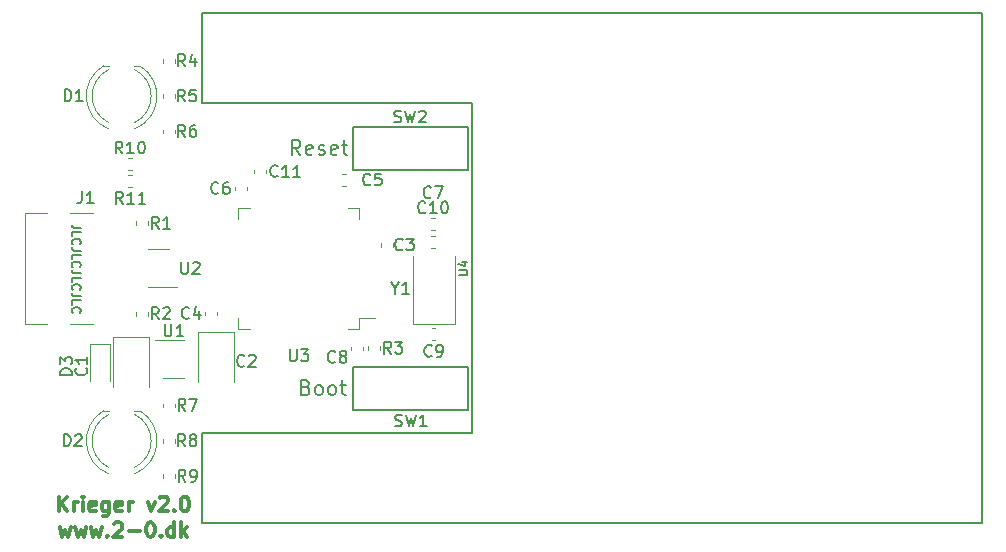
<source format=gbr>
G04 #@! TF.GenerationSoftware,KiCad,Pcbnew,5.1.9-73d0e3b20d~88~ubuntu20.04.1*
G04 #@! TF.CreationDate,2021-06-05T19:36:16+02:00*
G04 #@! TF.ProjectId,krieger,6b726965-6765-4722-9e6b-696361645f70,v2.0*
G04 #@! TF.SameCoordinates,Original*
G04 #@! TF.FileFunction,Legend,Top*
G04 #@! TF.FilePolarity,Positive*
%FSLAX46Y46*%
G04 Gerber Fmt 4.6, Leading zero omitted, Abs format (unit mm)*
G04 Created by KiCad (PCBNEW 5.1.9-73d0e3b20d~88~ubuntu20.04.1) date 2021-06-05 19:36:16*
%MOMM*%
%LPD*%
G01*
G04 APERTURE LIST*
%ADD10C,0.187500*%
%ADD11C,0.150000*%
%ADD12C,0.300000*%
%ADD13C,0.120000*%
G04 APERTURE END LIST*
D10*
X123540714Y-96565714D02*
X123005000Y-96565714D01*
X122897857Y-96530000D01*
X122826428Y-96458571D01*
X122790714Y-96351428D01*
X122790714Y-96280000D01*
X122790714Y-97280000D02*
X122790714Y-96922857D01*
X123540714Y-96922857D01*
X122862142Y-97958571D02*
X122826428Y-97922857D01*
X122790714Y-97815714D01*
X122790714Y-97744285D01*
X122826428Y-97637142D01*
X122897857Y-97565714D01*
X122969285Y-97530000D01*
X123112142Y-97494285D01*
X123219285Y-97494285D01*
X123362142Y-97530000D01*
X123433571Y-97565714D01*
X123505000Y-97637142D01*
X123540714Y-97744285D01*
X123540714Y-97815714D01*
X123505000Y-97922857D01*
X123469285Y-97958571D01*
X123540714Y-98494285D02*
X123005000Y-98494285D01*
X122897857Y-98458571D01*
X122826428Y-98387142D01*
X122790714Y-98280000D01*
X122790714Y-98208571D01*
X122790714Y-99208571D02*
X122790714Y-98851428D01*
X123540714Y-98851428D01*
X122862142Y-99887142D02*
X122826428Y-99851428D01*
X122790714Y-99744285D01*
X122790714Y-99672857D01*
X122826428Y-99565714D01*
X122897857Y-99494285D01*
X122969285Y-99458571D01*
X123112142Y-99422857D01*
X123219285Y-99422857D01*
X123362142Y-99458571D01*
X123433571Y-99494285D01*
X123505000Y-99565714D01*
X123540714Y-99672857D01*
X123540714Y-99744285D01*
X123505000Y-99851428D01*
X123469285Y-99887142D01*
X123540714Y-100422857D02*
X123005000Y-100422857D01*
X122897857Y-100387142D01*
X122826428Y-100315714D01*
X122790714Y-100208571D01*
X122790714Y-100137142D01*
X122790714Y-101137142D02*
X122790714Y-100780000D01*
X123540714Y-100780000D01*
X122862142Y-101815714D02*
X122826428Y-101780000D01*
X122790714Y-101672857D01*
X122790714Y-101601428D01*
X122826428Y-101494285D01*
X122897857Y-101422857D01*
X122969285Y-101387142D01*
X123112142Y-101351428D01*
X123219285Y-101351428D01*
X123362142Y-101387142D01*
X123433571Y-101422857D01*
X123505000Y-101494285D01*
X123540714Y-101601428D01*
X123540714Y-101672857D01*
X123505000Y-101780000D01*
X123469285Y-101815714D01*
X123540714Y-102351428D02*
X123005000Y-102351428D01*
X122897857Y-102315714D01*
X122826428Y-102244285D01*
X122790714Y-102137142D01*
X122790714Y-102065714D01*
X122790714Y-103065714D02*
X122790714Y-102708571D01*
X123540714Y-102708571D01*
X122862142Y-103744285D02*
X122826428Y-103708571D01*
X122790714Y-103601428D01*
X122790714Y-103530000D01*
X122826428Y-103422857D01*
X122897857Y-103351428D01*
X122969285Y-103315714D01*
X123112142Y-103280000D01*
X123219285Y-103280000D01*
X123362142Y-103315714D01*
X123433571Y-103351428D01*
X123505000Y-103422857D01*
X123540714Y-103530000D01*
X123540714Y-103601428D01*
X123505000Y-103708571D01*
X123469285Y-103744285D01*
D11*
X142132380Y-90375476D02*
X141715714Y-89780238D01*
X141418095Y-90375476D02*
X141418095Y-89125476D01*
X141894285Y-89125476D01*
X142013333Y-89185000D01*
X142072857Y-89244523D01*
X142132380Y-89363571D01*
X142132380Y-89542142D01*
X142072857Y-89661190D01*
X142013333Y-89720714D01*
X141894285Y-89780238D01*
X141418095Y-89780238D01*
X143144285Y-90315952D02*
X143025238Y-90375476D01*
X142787142Y-90375476D01*
X142668095Y-90315952D01*
X142608571Y-90196904D01*
X142608571Y-89720714D01*
X142668095Y-89601666D01*
X142787142Y-89542142D01*
X143025238Y-89542142D01*
X143144285Y-89601666D01*
X143203809Y-89720714D01*
X143203809Y-89839761D01*
X142608571Y-89958809D01*
X143680000Y-90315952D02*
X143799047Y-90375476D01*
X144037142Y-90375476D01*
X144156190Y-90315952D01*
X144215714Y-90196904D01*
X144215714Y-90137380D01*
X144156190Y-90018333D01*
X144037142Y-89958809D01*
X143858571Y-89958809D01*
X143739523Y-89899285D01*
X143680000Y-89780238D01*
X143680000Y-89720714D01*
X143739523Y-89601666D01*
X143858571Y-89542142D01*
X144037142Y-89542142D01*
X144156190Y-89601666D01*
X145227619Y-90315952D02*
X145108571Y-90375476D01*
X144870476Y-90375476D01*
X144751428Y-90315952D01*
X144691904Y-90196904D01*
X144691904Y-89720714D01*
X144751428Y-89601666D01*
X144870476Y-89542142D01*
X145108571Y-89542142D01*
X145227619Y-89601666D01*
X145287142Y-89720714D01*
X145287142Y-89839761D01*
X144691904Y-89958809D01*
X145644285Y-89542142D02*
X146120476Y-89542142D01*
X145822857Y-89125476D02*
X145822857Y-90196904D01*
X145882380Y-90315952D01*
X146001428Y-90375476D01*
X146120476Y-90375476D01*
X142601190Y-110060714D02*
X142779761Y-110120238D01*
X142839285Y-110179761D01*
X142898809Y-110298809D01*
X142898809Y-110477380D01*
X142839285Y-110596428D01*
X142779761Y-110655952D01*
X142660714Y-110715476D01*
X142184523Y-110715476D01*
X142184523Y-109465476D01*
X142601190Y-109465476D01*
X142720238Y-109525000D01*
X142779761Y-109584523D01*
X142839285Y-109703571D01*
X142839285Y-109822619D01*
X142779761Y-109941666D01*
X142720238Y-110001190D01*
X142601190Y-110060714D01*
X142184523Y-110060714D01*
X143613095Y-110715476D02*
X143494047Y-110655952D01*
X143434523Y-110596428D01*
X143375000Y-110477380D01*
X143375000Y-110120238D01*
X143434523Y-110001190D01*
X143494047Y-109941666D01*
X143613095Y-109882142D01*
X143791666Y-109882142D01*
X143910714Y-109941666D01*
X143970238Y-110001190D01*
X144029761Y-110120238D01*
X144029761Y-110477380D01*
X143970238Y-110596428D01*
X143910714Y-110655952D01*
X143791666Y-110715476D01*
X143613095Y-110715476D01*
X144744047Y-110715476D02*
X144625000Y-110655952D01*
X144565476Y-110596428D01*
X144505952Y-110477380D01*
X144505952Y-110120238D01*
X144565476Y-110001190D01*
X144625000Y-109941666D01*
X144744047Y-109882142D01*
X144922619Y-109882142D01*
X145041666Y-109941666D01*
X145101190Y-110001190D01*
X145160714Y-110120238D01*
X145160714Y-110477380D01*
X145101190Y-110596428D01*
X145041666Y-110655952D01*
X144922619Y-110715476D01*
X144744047Y-110715476D01*
X145517857Y-109882142D02*
X145994047Y-109882142D01*
X145696428Y-109465476D02*
X145696428Y-110536904D01*
X145755952Y-110655952D01*
X145875000Y-110715476D01*
X145994047Y-110715476D01*
D12*
X121693809Y-120567976D02*
X121693809Y-119317976D01*
X122408095Y-120567976D02*
X121872380Y-119853690D01*
X122408095Y-119317976D02*
X121693809Y-120032261D01*
X122943809Y-120567976D02*
X122943809Y-119734642D01*
X122943809Y-119972738D02*
X123003333Y-119853690D01*
X123062857Y-119794166D01*
X123181904Y-119734642D01*
X123300952Y-119734642D01*
X123717619Y-120567976D02*
X123717619Y-119734642D01*
X123717619Y-119317976D02*
X123658095Y-119377500D01*
X123717619Y-119437023D01*
X123777142Y-119377500D01*
X123717619Y-119317976D01*
X123717619Y-119437023D01*
X124789047Y-120508452D02*
X124670000Y-120567976D01*
X124431904Y-120567976D01*
X124312857Y-120508452D01*
X124253333Y-120389404D01*
X124253333Y-119913214D01*
X124312857Y-119794166D01*
X124431904Y-119734642D01*
X124670000Y-119734642D01*
X124789047Y-119794166D01*
X124848571Y-119913214D01*
X124848571Y-120032261D01*
X124253333Y-120151309D01*
X125920000Y-119734642D02*
X125920000Y-120746547D01*
X125860476Y-120865595D01*
X125800952Y-120925119D01*
X125681904Y-120984642D01*
X125503333Y-120984642D01*
X125384285Y-120925119D01*
X125920000Y-120508452D02*
X125800952Y-120567976D01*
X125562857Y-120567976D01*
X125443809Y-120508452D01*
X125384285Y-120448928D01*
X125324761Y-120329880D01*
X125324761Y-119972738D01*
X125384285Y-119853690D01*
X125443809Y-119794166D01*
X125562857Y-119734642D01*
X125800952Y-119734642D01*
X125920000Y-119794166D01*
X126991428Y-120508452D02*
X126872380Y-120567976D01*
X126634285Y-120567976D01*
X126515238Y-120508452D01*
X126455714Y-120389404D01*
X126455714Y-119913214D01*
X126515238Y-119794166D01*
X126634285Y-119734642D01*
X126872380Y-119734642D01*
X126991428Y-119794166D01*
X127050952Y-119913214D01*
X127050952Y-120032261D01*
X126455714Y-120151309D01*
X127586666Y-120567976D02*
X127586666Y-119734642D01*
X127586666Y-119972738D02*
X127646190Y-119853690D01*
X127705714Y-119794166D01*
X127824761Y-119734642D01*
X127943809Y-119734642D01*
X129193809Y-119734642D02*
X129491428Y-120567976D01*
X129789047Y-119734642D01*
X130205714Y-119437023D02*
X130265238Y-119377500D01*
X130384285Y-119317976D01*
X130681904Y-119317976D01*
X130800952Y-119377500D01*
X130860476Y-119437023D01*
X130920000Y-119556071D01*
X130920000Y-119675119D01*
X130860476Y-119853690D01*
X130146190Y-120567976D01*
X130920000Y-120567976D01*
X131455714Y-120448928D02*
X131515238Y-120508452D01*
X131455714Y-120567976D01*
X131396190Y-120508452D01*
X131455714Y-120448928D01*
X131455714Y-120567976D01*
X132289047Y-119317976D02*
X132408095Y-119317976D01*
X132527142Y-119377500D01*
X132586666Y-119437023D01*
X132646190Y-119556071D01*
X132705714Y-119794166D01*
X132705714Y-120091785D01*
X132646190Y-120329880D01*
X132586666Y-120448928D01*
X132527142Y-120508452D01*
X132408095Y-120567976D01*
X132289047Y-120567976D01*
X132170000Y-120508452D01*
X132110476Y-120448928D01*
X132050952Y-120329880D01*
X131991428Y-120091785D01*
X131991428Y-119794166D01*
X132050952Y-119556071D01*
X132110476Y-119437023D01*
X132170000Y-119377500D01*
X132289047Y-119317976D01*
X121753333Y-121909642D02*
X121991428Y-122742976D01*
X122229523Y-122147738D01*
X122467619Y-122742976D01*
X122705714Y-121909642D01*
X123062857Y-121909642D02*
X123300952Y-122742976D01*
X123539047Y-122147738D01*
X123777142Y-122742976D01*
X124015238Y-121909642D01*
X124372380Y-121909642D02*
X124610476Y-122742976D01*
X124848571Y-122147738D01*
X125086666Y-122742976D01*
X125324761Y-121909642D01*
X125800952Y-122623928D02*
X125860476Y-122683452D01*
X125800952Y-122742976D01*
X125741428Y-122683452D01*
X125800952Y-122623928D01*
X125800952Y-122742976D01*
X126336666Y-121612023D02*
X126396190Y-121552500D01*
X126515238Y-121492976D01*
X126812857Y-121492976D01*
X126931904Y-121552500D01*
X126991428Y-121612023D01*
X127050952Y-121731071D01*
X127050952Y-121850119D01*
X126991428Y-122028690D01*
X126277142Y-122742976D01*
X127050952Y-122742976D01*
X127586666Y-122266785D02*
X128539047Y-122266785D01*
X129372380Y-121492976D02*
X129491428Y-121492976D01*
X129610476Y-121552500D01*
X129670000Y-121612023D01*
X129729523Y-121731071D01*
X129789047Y-121969166D01*
X129789047Y-122266785D01*
X129729523Y-122504880D01*
X129670000Y-122623928D01*
X129610476Y-122683452D01*
X129491428Y-122742976D01*
X129372380Y-122742976D01*
X129253333Y-122683452D01*
X129193809Y-122623928D01*
X129134285Y-122504880D01*
X129074761Y-122266785D01*
X129074761Y-121969166D01*
X129134285Y-121731071D01*
X129193809Y-121612023D01*
X129253333Y-121552500D01*
X129372380Y-121492976D01*
X130324761Y-122623928D02*
X130384285Y-122683452D01*
X130324761Y-122742976D01*
X130265238Y-122683452D01*
X130324761Y-122623928D01*
X130324761Y-122742976D01*
X131455714Y-122742976D02*
X131455714Y-121492976D01*
X131455714Y-122683452D02*
X131336666Y-122742976D01*
X131098571Y-122742976D01*
X130979523Y-122683452D01*
X130920000Y-122623928D01*
X130860476Y-122504880D01*
X130860476Y-122147738D01*
X130920000Y-122028690D01*
X130979523Y-121969166D01*
X131098571Y-121909642D01*
X131336666Y-121909642D01*
X131455714Y-121969166D01*
X132050952Y-122742976D02*
X132050952Y-121492976D01*
X132170000Y-122266785D02*
X132527142Y-122742976D01*
X132527142Y-121909642D02*
X132050952Y-122385833D01*
D11*
X133770000Y-113970000D02*
X133770000Y-121590000D01*
X156630000Y-113970000D02*
X133770000Y-113970000D01*
X133770000Y-86030000D02*
X156630000Y-86030000D01*
X133770000Y-78410000D02*
X133770000Y-86030000D01*
X199810000Y-121590000D02*
X133770000Y-121590000D01*
X199810000Y-78410000D02*
X199810000Y-121590000D01*
X133770000Y-78410000D02*
X199810000Y-78410000D01*
X156630000Y-113970000D02*
X156630000Y-86030000D01*
D13*
X131510000Y-82247221D02*
X131510000Y-82572779D01*
X130490000Y-82247221D02*
X130490000Y-82572779D01*
X120690000Y-95300000D02*
X118790000Y-95300000D01*
X124590000Y-95300000D02*
X122590000Y-95300000D01*
X120690000Y-104700000D02*
X118790000Y-104700000D01*
X124590000Y-104700000D02*
X122590000Y-104700000D01*
X118790000Y-95300000D02*
X118790000Y-104700000D01*
X129230000Y-95997221D02*
X129230000Y-96322779D01*
X128210000Y-95997221D02*
X128210000Y-96322779D01*
X126290000Y-105830000D02*
X126290000Y-110040000D01*
X129310000Y-105830000D02*
X126290000Y-105830000D01*
X129310000Y-110040000D02*
X129310000Y-105830000D01*
X136520000Y-109600000D02*
X136520000Y-105390000D01*
X136520000Y-105390000D02*
X133500000Y-105390000D01*
X133500000Y-105390000D02*
X133500000Y-109600000D01*
X148940000Y-97837221D02*
X148940000Y-98162779D01*
X149960000Y-97837221D02*
X149960000Y-98162779D01*
X134040000Y-103982779D02*
X134040000Y-103657221D01*
X135060000Y-103982779D02*
X135060000Y-103657221D01*
X145647221Y-93040000D02*
X145972779Y-93040000D01*
X145647221Y-92020000D02*
X145972779Y-92020000D01*
X136560000Y-93392779D02*
X136560000Y-93067221D01*
X137580000Y-93392779D02*
X137580000Y-93067221D01*
X153197221Y-95700000D02*
X153522779Y-95700000D01*
X153197221Y-96720000D02*
X153522779Y-96720000D01*
X129230000Y-104002779D02*
X129230000Y-103677221D01*
X128210000Y-104002779D02*
X128210000Y-103677221D01*
X147870000Y-106912779D02*
X147870000Y-106587221D01*
X148890000Y-106912779D02*
X148890000Y-106587221D01*
X130490000Y-85237221D02*
X130490000Y-85562779D01*
X131510000Y-85237221D02*
X131510000Y-85562779D01*
X131510000Y-88237221D02*
X131510000Y-88562779D01*
X130490000Y-88237221D02*
X130490000Y-88562779D01*
X131520000Y-111762779D02*
X131520000Y-111437221D01*
X130500000Y-111762779D02*
X130500000Y-111437221D01*
X130500000Y-109310000D02*
X132300000Y-109310000D01*
X132300000Y-106090000D02*
X129850000Y-106090000D01*
X131000000Y-98390000D02*
X129200000Y-98390000D01*
X129200000Y-101610000D02*
X131650000Y-101610000D01*
X125920000Y-82845000D02*
X125455000Y-82845000D01*
X128545000Y-82845000D02*
X128080000Y-82845000D01*
X125919571Y-87659479D02*
G75*
G02*
X125920000Y-83150316I1080429J2254479D01*
G01*
X128080429Y-87659479D02*
G75*
G03*
X128080000Y-83150316I-1080429J2254479D01*
G01*
X125919173Y-88192815D02*
G75*
G02*
X125455170Y-82845000I1080827J2787815D01*
G01*
X128080827Y-88192815D02*
G75*
G03*
X128544830Y-82845000I-1080827J2787815D01*
G01*
X128545000Y-112045000D02*
X128080000Y-112045000D01*
X125920000Y-112045000D02*
X125455000Y-112045000D01*
X128080827Y-117392815D02*
G75*
G03*
X128544830Y-112045000I-1080827J2787815D01*
G01*
X125919173Y-117392815D02*
G75*
G02*
X125455170Y-112045000I1080827J2787815D01*
G01*
X128080429Y-116859479D02*
G75*
G03*
X128080000Y-112350316I-1080429J2254479D01*
G01*
X125919571Y-116859479D02*
G75*
G02*
X125920000Y-112350316I1080429J2254479D01*
G01*
X130500000Y-114762779D02*
X130500000Y-114437221D01*
X131520000Y-114762779D02*
X131520000Y-114437221D01*
X131520000Y-117762779D02*
X131520000Y-117437221D01*
X130500000Y-117762779D02*
X130500000Y-117437221D01*
X127872779Y-91680000D02*
X127547221Y-91680000D01*
X127872779Y-90660000D02*
X127547221Y-90660000D01*
X127882779Y-92120000D02*
X127557221Y-92120000D01*
X127882779Y-93140000D02*
X127557221Y-93140000D01*
X146390000Y-106609420D02*
X146390000Y-106890580D01*
X147410000Y-106609420D02*
X147410000Y-106890580D01*
X153279420Y-105070000D02*
X153560580Y-105070000D01*
X153279420Y-106090000D02*
X153560580Y-106090000D01*
X153219420Y-98260000D02*
X153500580Y-98260000D01*
X153219420Y-97240000D02*
X153500580Y-97240000D01*
X138240000Y-91940580D02*
X138240000Y-91659420D01*
X139260000Y-91940580D02*
X139260000Y-91659420D01*
X147110000Y-104160000D02*
X148450000Y-104160000D01*
X147110000Y-105110000D02*
X147110000Y-104160000D01*
X146160000Y-105110000D02*
X147110000Y-105110000D01*
X136890000Y-105110000D02*
X136890000Y-104160000D01*
X137840000Y-105110000D02*
X136890000Y-105110000D01*
X147110000Y-94890000D02*
X147110000Y-95840000D01*
X146160000Y-94890000D02*
X147110000Y-94890000D01*
X136890000Y-94890000D02*
X136890000Y-95840000D01*
X137840000Y-94890000D02*
X136890000Y-94890000D01*
X155240000Y-104730000D02*
X155240000Y-98980000D01*
X151640000Y-104730000D02*
X155240000Y-104730000D01*
X151640000Y-98980000D02*
X151640000Y-104730000D01*
X126020000Y-106390000D02*
X124320000Y-106390000D01*
X124320000Y-106390000D02*
X124320000Y-109540000D01*
X126020000Y-106390000D02*
X126020000Y-109540000D01*
D11*
X156350000Y-108360000D02*
X156350000Y-111960000D01*
X146550000Y-111960000D02*
X146550000Y-108360000D01*
X146550000Y-108360000D02*
X156350000Y-108360000D01*
X156350000Y-111960000D02*
X146550000Y-111960000D01*
X146550000Y-88040000D02*
X156350000Y-88040000D01*
X156350000Y-91640000D02*
X146550000Y-91640000D01*
X156350000Y-88040000D02*
X156350000Y-91640000D01*
X146550000Y-91640000D02*
X146550000Y-88040000D01*
X155529285Y-100561428D02*
X156136428Y-100561428D01*
X156207857Y-100525714D01*
X156243571Y-100490000D01*
X156279285Y-100418571D01*
X156279285Y-100275714D01*
X156243571Y-100204285D01*
X156207857Y-100168571D01*
X156136428Y-100132857D01*
X155529285Y-100132857D01*
X155779285Y-99454285D02*
X156279285Y-99454285D01*
X155493571Y-99632857D02*
X156029285Y-99811428D01*
X156029285Y-99347142D01*
X132373333Y-82872380D02*
X132040000Y-82396190D01*
X131801904Y-82872380D02*
X131801904Y-81872380D01*
X132182857Y-81872380D01*
X132278095Y-81920000D01*
X132325714Y-81967619D01*
X132373333Y-82062857D01*
X132373333Y-82205714D01*
X132325714Y-82300952D01*
X132278095Y-82348571D01*
X132182857Y-82396190D01*
X131801904Y-82396190D01*
X133230476Y-82205714D02*
X133230476Y-82872380D01*
X132992380Y-81824761D02*
X132754285Y-82539047D01*
X133373333Y-82539047D01*
X123636666Y-93482380D02*
X123636666Y-94196666D01*
X123589047Y-94339523D01*
X123493809Y-94434761D01*
X123350952Y-94482380D01*
X123255714Y-94482380D01*
X124636666Y-94482380D02*
X124065238Y-94482380D01*
X124350952Y-94482380D02*
X124350952Y-93482380D01*
X124255714Y-93625238D01*
X124160476Y-93720476D01*
X124065238Y-93768095D01*
X130133333Y-96622380D02*
X129800000Y-96146190D01*
X129561904Y-96622380D02*
X129561904Y-95622380D01*
X129942857Y-95622380D01*
X130038095Y-95670000D01*
X130085714Y-95717619D01*
X130133333Y-95812857D01*
X130133333Y-95955714D01*
X130085714Y-96050952D01*
X130038095Y-96098571D01*
X129942857Y-96146190D01*
X129561904Y-96146190D01*
X131085714Y-96622380D02*
X130514285Y-96622380D01*
X130800000Y-96622380D02*
X130800000Y-95622380D01*
X130704761Y-95765238D01*
X130609523Y-95860476D01*
X130514285Y-95908095D01*
X123977142Y-108436666D02*
X124024761Y-108484285D01*
X124072380Y-108627142D01*
X124072380Y-108722380D01*
X124024761Y-108865238D01*
X123929523Y-108960476D01*
X123834285Y-109008095D01*
X123643809Y-109055714D01*
X123500952Y-109055714D01*
X123310476Y-109008095D01*
X123215238Y-108960476D01*
X123120000Y-108865238D01*
X123072380Y-108722380D01*
X123072380Y-108627142D01*
X123120000Y-108484285D01*
X123167619Y-108436666D01*
X124072380Y-107484285D02*
X124072380Y-108055714D01*
X124072380Y-107770000D02*
X123072380Y-107770000D01*
X123215238Y-107865238D01*
X123310476Y-107960476D01*
X123358095Y-108055714D01*
X137393333Y-108227142D02*
X137345714Y-108274761D01*
X137202857Y-108322380D01*
X137107619Y-108322380D01*
X136964761Y-108274761D01*
X136869523Y-108179523D01*
X136821904Y-108084285D01*
X136774285Y-107893809D01*
X136774285Y-107750952D01*
X136821904Y-107560476D01*
X136869523Y-107465238D01*
X136964761Y-107370000D01*
X137107619Y-107322380D01*
X137202857Y-107322380D01*
X137345714Y-107370000D01*
X137393333Y-107417619D01*
X137774285Y-107417619D02*
X137821904Y-107370000D01*
X137917142Y-107322380D01*
X138155238Y-107322380D01*
X138250476Y-107370000D01*
X138298095Y-107417619D01*
X138345714Y-107512857D01*
X138345714Y-107608095D01*
X138298095Y-107750952D01*
X137726666Y-108322380D01*
X138345714Y-108322380D01*
X150783333Y-98377142D02*
X150735714Y-98424761D01*
X150592857Y-98472380D01*
X150497619Y-98472380D01*
X150354761Y-98424761D01*
X150259523Y-98329523D01*
X150211904Y-98234285D01*
X150164285Y-98043809D01*
X150164285Y-97900952D01*
X150211904Y-97710476D01*
X150259523Y-97615238D01*
X150354761Y-97520000D01*
X150497619Y-97472380D01*
X150592857Y-97472380D01*
X150735714Y-97520000D01*
X150783333Y-97567619D01*
X151116666Y-97472380D02*
X151735714Y-97472380D01*
X151402380Y-97853333D01*
X151545238Y-97853333D01*
X151640476Y-97900952D01*
X151688095Y-97948571D01*
X151735714Y-98043809D01*
X151735714Y-98281904D01*
X151688095Y-98377142D01*
X151640476Y-98424761D01*
X151545238Y-98472380D01*
X151259523Y-98472380D01*
X151164285Y-98424761D01*
X151116666Y-98377142D01*
X132713333Y-104167142D02*
X132665714Y-104214761D01*
X132522857Y-104262380D01*
X132427619Y-104262380D01*
X132284761Y-104214761D01*
X132189523Y-104119523D01*
X132141904Y-104024285D01*
X132094285Y-103833809D01*
X132094285Y-103690952D01*
X132141904Y-103500476D01*
X132189523Y-103405238D01*
X132284761Y-103310000D01*
X132427619Y-103262380D01*
X132522857Y-103262380D01*
X132665714Y-103310000D01*
X132713333Y-103357619D01*
X133570476Y-103595714D02*
X133570476Y-104262380D01*
X133332380Y-103214761D02*
X133094285Y-103929047D01*
X133713333Y-103929047D01*
X148053333Y-92877142D02*
X148005714Y-92924761D01*
X147862857Y-92972380D01*
X147767619Y-92972380D01*
X147624761Y-92924761D01*
X147529523Y-92829523D01*
X147481904Y-92734285D01*
X147434285Y-92543809D01*
X147434285Y-92400952D01*
X147481904Y-92210476D01*
X147529523Y-92115238D01*
X147624761Y-92020000D01*
X147767619Y-91972380D01*
X147862857Y-91972380D01*
X148005714Y-92020000D01*
X148053333Y-92067619D01*
X148958095Y-91972380D02*
X148481904Y-91972380D01*
X148434285Y-92448571D01*
X148481904Y-92400952D01*
X148577142Y-92353333D01*
X148815238Y-92353333D01*
X148910476Y-92400952D01*
X148958095Y-92448571D01*
X149005714Y-92543809D01*
X149005714Y-92781904D01*
X148958095Y-92877142D01*
X148910476Y-92924761D01*
X148815238Y-92972380D01*
X148577142Y-92972380D01*
X148481904Y-92924761D01*
X148434285Y-92877142D01*
X135183333Y-93587142D02*
X135135714Y-93634761D01*
X134992857Y-93682380D01*
X134897619Y-93682380D01*
X134754761Y-93634761D01*
X134659523Y-93539523D01*
X134611904Y-93444285D01*
X134564285Y-93253809D01*
X134564285Y-93110952D01*
X134611904Y-92920476D01*
X134659523Y-92825238D01*
X134754761Y-92730000D01*
X134897619Y-92682380D01*
X134992857Y-92682380D01*
X135135714Y-92730000D01*
X135183333Y-92777619D01*
X136040476Y-92682380D02*
X135850000Y-92682380D01*
X135754761Y-92730000D01*
X135707142Y-92777619D01*
X135611904Y-92920476D01*
X135564285Y-93110952D01*
X135564285Y-93491904D01*
X135611904Y-93587142D01*
X135659523Y-93634761D01*
X135754761Y-93682380D01*
X135945238Y-93682380D01*
X136040476Y-93634761D01*
X136088095Y-93587142D01*
X136135714Y-93491904D01*
X136135714Y-93253809D01*
X136088095Y-93158571D01*
X136040476Y-93110952D01*
X135945238Y-93063333D01*
X135754761Y-93063333D01*
X135659523Y-93110952D01*
X135611904Y-93158571D01*
X135564285Y-93253809D01*
X153193333Y-93957142D02*
X153145714Y-94004761D01*
X153002857Y-94052380D01*
X152907619Y-94052380D01*
X152764761Y-94004761D01*
X152669523Y-93909523D01*
X152621904Y-93814285D01*
X152574285Y-93623809D01*
X152574285Y-93480952D01*
X152621904Y-93290476D01*
X152669523Y-93195238D01*
X152764761Y-93100000D01*
X152907619Y-93052380D01*
X153002857Y-93052380D01*
X153145714Y-93100000D01*
X153193333Y-93147619D01*
X153526666Y-93052380D02*
X154193333Y-93052380D01*
X153764761Y-94052380D01*
X130133333Y-104292380D02*
X129800000Y-103816190D01*
X129561904Y-104292380D02*
X129561904Y-103292380D01*
X129942857Y-103292380D01*
X130038095Y-103340000D01*
X130085714Y-103387619D01*
X130133333Y-103482857D01*
X130133333Y-103625714D01*
X130085714Y-103720952D01*
X130038095Y-103768571D01*
X129942857Y-103816190D01*
X129561904Y-103816190D01*
X130514285Y-103387619D02*
X130561904Y-103340000D01*
X130657142Y-103292380D01*
X130895238Y-103292380D01*
X130990476Y-103340000D01*
X131038095Y-103387619D01*
X131085714Y-103482857D01*
X131085714Y-103578095D01*
X131038095Y-103720952D01*
X130466666Y-104292380D01*
X131085714Y-104292380D01*
X149813333Y-107202380D02*
X149480000Y-106726190D01*
X149241904Y-107202380D02*
X149241904Y-106202380D01*
X149622857Y-106202380D01*
X149718095Y-106250000D01*
X149765714Y-106297619D01*
X149813333Y-106392857D01*
X149813333Y-106535714D01*
X149765714Y-106630952D01*
X149718095Y-106678571D01*
X149622857Y-106726190D01*
X149241904Y-106726190D01*
X150146666Y-106202380D02*
X150765714Y-106202380D01*
X150432380Y-106583333D01*
X150575238Y-106583333D01*
X150670476Y-106630952D01*
X150718095Y-106678571D01*
X150765714Y-106773809D01*
X150765714Y-107011904D01*
X150718095Y-107107142D01*
X150670476Y-107154761D01*
X150575238Y-107202380D01*
X150289523Y-107202380D01*
X150194285Y-107154761D01*
X150146666Y-107107142D01*
X132353333Y-85852380D02*
X132020000Y-85376190D01*
X131781904Y-85852380D02*
X131781904Y-84852380D01*
X132162857Y-84852380D01*
X132258095Y-84900000D01*
X132305714Y-84947619D01*
X132353333Y-85042857D01*
X132353333Y-85185714D01*
X132305714Y-85280952D01*
X132258095Y-85328571D01*
X132162857Y-85376190D01*
X131781904Y-85376190D01*
X133258095Y-84852380D02*
X132781904Y-84852380D01*
X132734285Y-85328571D01*
X132781904Y-85280952D01*
X132877142Y-85233333D01*
X133115238Y-85233333D01*
X133210476Y-85280952D01*
X133258095Y-85328571D01*
X133305714Y-85423809D01*
X133305714Y-85661904D01*
X133258095Y-85757142D01*
X133210476Y-85804761D01*
X133115238Y-85852380D01*
X132877142Y-85852380D01*
X132781904Y-85804761D01*
X132734285Y-85757142D01*
X132373333Y-88852380D02*
X132040000Y-88376190D01*
X131801904Y-88852380D02*
X131801904Y-87852380D01*
X132182857Y-87852380D01*
X132278095Y-87900000D01*
X132325714Y-87947619D01*
X132373333Y-88042857D01*
X132373333Y-88185714D01*
X132325714Y-88280952D01*
X132278095Y-88328571D01*
X132182857Y-88376190D01*
X131801904Y-88376190D01*
X133230476Y-87852380D02*
X133040000Y-87852380D01*
X132944761Y-87900000D01*
X132897142Y-87947619D01*
X132801904Y-88090476D01*
X132754285Y-88280952D01*
X132754285Y-88661904D01*
X132801904Y-88757142D01*
X132849523Y-88804761D01*
X132944761Y-88852380D01*
X133135238Y-88852380D01*
X133230476Y-88804761D01*
X133278095Y-88757142D01*
X133325714Y-88661904D01*
X133325714Y-88423809D01*
X133278095Y-88328571D01*
X133230476Y-88280952D01*
X133135238Y-88233333D01*
X132944761Y-88233333D01*
X132849523Y-88280952D01*
X132801904Y-88328571D01*
X132754285Y-88423809D01*
X132393333Y-112042380D02*
X132060000Y-111566190D01*
X131821904Y-112042380D02*
X131821904Y-111042380D01*
X132202857Y-111042380D01*
X132298095Y-111090000D01*
X132345714Y-111137619D01*
X132393333Y-111232857D01*
X132393333Y-111375714D01*
X132345714Y-111470952D01*
X132298095Y-111518571D01*
X132202857Y-111566190D01*
X131821904Y-111566190D01*
X132726666Y-111042380D02*
X133393333Y-111042380D01*
X132964761Y-112042380D01*
X130648095Y-104742380D02*
X130648095Y-105551904D01*
X130695714Y-105647142D01*
X130743333Y-105694761D01*
X130838571Y-105742380D01*
X131029047Y-105742380D01*
X131124285Y-105694761D01*
X131171904Y-105647142D01*
X131219523Y-105551904D01*
X131219523Y-104742380D01*
X132219523Y-105742380D02*
X131648095Y-105742380D01*
X131933809Y-105742380D02*
X131933809Y-104742380D01*
X131838571Y-104885238D01*
X131743333Y-104980476D01*
X131648095Y-105028095D01*
X132028095Y-99452380D02*
X132028095Y-100261904D01*
X132075714Y-100357142D01*
X132123333Y-100404761D01*
X132218571Y-100452380D01*
X132409047Y-100452380D01*
X132504285Y-100404761D01*
X132551904Y-100357142D01*
X132599523Y-100261904D01*
X132599523Y-99452380D01*
X133028095Y-99547619D02*
X133075714Y-99500000D01*
X133170952Y-99452380D01*
X133409047Y-99452380D01*
X133504285Y-99500000D01*
X133551904Y-99547619D01*
X133599523Y-99642857D01*
X133599523Y-99738095D01*
X133551904Y-99880952D01*
X132980476Y-100452380D01*
X133599523Y-100452380D01*
X122171904Y-85842380D02*
X122171904Y-84842380D01*
X122410000Y-84842380D01*
X122552857Y-84890000D01*
X122648095Y-84985238D01*
X122695714Y-85080476D01*
X122743333Y-85270952D01*
X122743333Y-85413809D01*
X122695714Y-85604285D01*
X122648095Y-85699523D01*
X122552857Y-85794761D01*
X122410000Y-85842380D01*
X122171904Y-85842380D01*
X123695714Y-85842380D02*
X123124285Y-85842380D01*
X123410000Y-85842380D02*
X123410000Y-84842380D01*
X123314761Y-84985238D01*
X123219523Y-85080476D01*
X123124285Y-85128095D01*
X122101904Y-115052380D02*
X122101904Y-114052380D01*
X122340000Y-114052380D01*
X122482857Y-114100000D01*
X122578095Y-114195238D01*
X122625714Y-114290476D01*
X122673333Y-114480952D01*
X122673333Y-114623809D01*
X122625714Y-114814285D01*
X122578095Y-114909523D01*
X122482857Y-115004761D01*
X122340000Y-115052380D01*
X122101904Y-115052380D01*
X123054285Y-114147619D02*
X123101904Y-114100000D01*
X123197142Y-114052380D01*
X123435238Y-114052380D01*
X123530476Y-114100000D01*
X123578095Y-114147619D01*
X123625714Y-114242857D01*
X123625714Y-114338095D01*
X123578095Y-114480952D01*
X123006666Y-115052380D01*
X123625714Y-115052380D01*
X132383333Y-115052380D02*
X132050000Y-114576190D01*
X131811904Y-115052380D02*
X131811904Y-114052380D01*
X132192857Y-114052380D01*
X132288095Y-114100000D01*
X132335714Y-114147619D01*
X132383333Y-114242857D01*
X132383333Y-114385714D01*
X132335714Y-114480952D01*
X132288095Y-114528571D01*
X132192857Y-114576190D01*
X131811904Y-114576190D01*
X132954761Y-114480952D02*
X132859523Y-114433333D01*
X132811904Y-114385714D01*
X132764285Y-114290476D01*
X132764285Y-114242857D01*
X132811904Y-114147619D01*
X132859523Y-114100000D01*
X132954761Y-114052380D01*
X133145238Y-114052380D01*
X133240476Y-114100000D01*
X133288095Y-114147619D01*
X133335714Y-114242857D01*
X133335714Y-114290476D01*
X133288095Y-114385714D01*
X133240476Y-114433333D01*
X133145238Y-114480952D01*
X132954761Y-114480952D01*
X132859523Y-114528571D01*
X132811904Y-114576190D01*
X132764285Y-114671428D01*
X132764285Y-114861904D01*
X132811904Y-114957142D01*
X132859523Y-115004761D01*
X132954761Y-115052380D01*
X133145238Y-115052380D01*
X133240476Y-115004761D01*
X133288095Y-114957142D01*
X133335714Y-114861904D01*
X133335714Y-114671428D01*
X133288095Y-114576190D01*
X133240476Y-114528571D01*
X133145238Y-114480952D01*
X132403333Y-118052380D02*
X132070000Y-117576190D01*
X131831904Y-118052380D02*
X131831904Y-117052380D01*
X132212857Y-117052380D01*
X132308095Y-117100000D01*
X132355714Y-117147619D01*
X132403333Y-117242857D01*
X132403333Y-117385714D01*
X132355714Y-117480952D01*
X132308095Y-117528571D01*
X132212857Y-117576190D01*
X131831904Y-117576190D01*
X132879523Y-118052380D02*
X133070000Y-118052380D01*
X133165238Y-118004761D01*
X133212857Y-117957142D01*
X133308095Y-117814285D01*
X133355714Y-117623809D01*
X133355714Y-117242857D01*
X133308095Y-117147619D01*
X133260476Y-117100000D01*
X133165238Y-117052380D01*
X132974761Y-117052380D01*
X132879523Y-117100000D01*
X132831904Y-117147619D01*
X132784285Y-117242857D01*
X132784285Y-117480952D01*
X132831904Y-117576190D01*
X132879523Y-117623809D01*
X132974761Y-117671428D01*
X133165238Y-117671428D01*
X133260476Y-117623809D01*
X133308095Y-117576190D01*
X133355714Y-117480952D01*
X127057142Y-90262380D02*
X126723809Y-89786190D01*
X126485714Y-90262380D02*
X126485714Y-89262380D01*
X126866666Y-89262380D01*
X126961904Y-89310000D01*
X127009523Y-89357619D01*
X127057142Y-89452857D01*
X127057142Y-89595714D01*
X127009523Y-89690952D01*
X126961904Y-89738571D01*
X126866666Y-89786190D01*
X126485714Y-89786190D01*
X128009523Y-90262380D02*
X127438095Y-90262380D01*
X127723809Y-90262380D02*
X127723809Y-89262380D01*
X127628571Y-89405238D01*
X127533333Y-89500476D01*
X127438095Y-89548095D01*
X128628571Y-89262380D02*
X128723809Y-89262380D01*
X128819047Y-89310000D01*
X128866666Y-89357619D01*
X128914285Y-89452857D01*
X128961904Y-89643333D01*
X128961904Y-89881428D01*
X128914285Y-90071904D01*
X128866666Y-90167142D01*
X128819047Y-90214761D01*
X128723809Y-90262380D01*
X128628571Y-90262380D01*
X128533333Y-90214761D01*
X128485714Y-90167142D01*
X128438095Y-90071904D01*
X128390476Y-89881428D01*
X128390476Y-89643333D01*
X128438095Y-89452857D01*
X128485714Y-89357619D01*
X128533333Y-89310000D01*
X128628571Y-89262380D01*
X127107142Y-94512380D02*
X126773809Y-94036190D01*
X126535714Y-94512380D02*
X126535714Y-93512380D01*
X126916666Y-93512380D01*
X127011904Y-93560000D01*
X127059523Y-93607619D01*
X127107142Y-93702857D01*
X127107142Y-93845714D01*
X127059523Y-93940952D01*
X127011904Y-93988571D01*
X126916666Y-94036190D01*
X126535714Y-94036190D01*
X128059523Y-94512380D02*
X127488095Y-94512380D01*
X127773809Y-94512380D02*
X127773809Y-93512380D01*
X127678571Y-93655238D01*
X127583333Y-93750476D01*
X127488095Y-93798095D01*
X129011904Y-94512380D02*
X128440476Y-94512380D01*
X128726190Y-94512380D02*
X128726190Y-93512380D01*
X128630952Y-93655238D01*
X128535714Y-93750476D01*
X128440476Y-93798095D01*
X145083333Y-107887142D02*
X145035714Y-107934761D01*
X144892857Y-107982380D01*
X144797619Y-107982380D01*
X144654761Y-107934761D01*
X144559523Y-107839523D01*
X144511904Y-107744285D01*
X144464285Y-107553809D01*
X144464285Y-107410952D01*
X144511904Y-107220476D01*
X144559523Y-107125238D01*
X144654761Y-107030000D01*
X144797619Y-106982380D01*
X144892857Y-106982380D01*
X145035714Y-107030000D01*
X145083333Y-107077619D01*
X145654761Y-107410952D02*
X145559523Y-107363333D01*
X145511904Y-107315714D01*
X145464285Y-107220476D01*
X145464285Y-107172857D01*
X145511904Y-107077619D01*
X145559523Y-107030000D01*
X145654761Y-106982380D01*
X145845238Y-106982380D01*
X145940476Y-107030000D01*
X145988095Y-107077619D01*
X146035714Y-107172857D01*
X146035714Y-107220476D01*
X145988095Y-107315714D01*
X145940476Y-107363333D01*
X145845238Y-107410952D01*
X145654761Y-107410952D01*
X145559523Y-107458571D01*
X145511904Y-107506190D01*
X145464285Y-107601428D01*
X145464285Y-107791904D01*
X145511904Y-107887142D01*
X145559523Y-107934761D01*
X145654761Y-107982380D01*
X145845238Y-107982380D01*
X145940476Y-107934761D01*
X145988095Y-107887142D01*
X146035714Y-107791904D01*
X146035714Y-107601428D01*
X145988095Y-107506190D01*
X145940476Y-107458571D01*
X145845238Y-107410952D01*
X153253333Y-107377142D02*
X153205714Y-107424761D01*
X153062857Y-107472380D01*
X152967619Y-107472380D01*
X152824761Y-107424761D01*
X152729523Y-107329523D01*
X152681904Y-107234285D01*
X152634285Y-107043809D01*
X152634285Y-106900952D01*
X152681904Y-106710476D01*
X152729523Y-106615238D01*
X152824761Y-106520000D01*
X152967619Y-106472380D01*
X153062857Y-106472380D01*
X153205714Y-106520000D01*
X153253333Y-106567619D01*
X153729523Y-107472380D02*
X153920000Y-107472380D01*
X154015238Y-107424761D01*
X154062857Y-107377142D01*
X154158095Y-107234285D01*
X154205714Y-107043809D01*
X154205714Y-106662857D01*
X154158095Y-106567619D01*
X154110476Y-106520000D01*
X154015238Y-106472380D01*
X153824761Y-106472380D01*
X153729523Y-106520000D01*
X153681904Y-106567619D01*
X153634285Y-106662857D01*
X153634285Y-106900952D01*
X153681904Y-106996190D01*
X153729523Y-107043809D01*
X153824761Y-107091428D01*
X154015238Y-107091428D01*
X154110476Y-107043809D01*
X154158095Y-106996190D01*
X154205714Y-106900952D01*
X152707142Y-95227142D02*
X152659523Y-95274761D01*
X152516666Y-95322380D01*
X152421428Y-95322380D01*
X152278571Y-95274761D01*
X152183333Y-95179523D01*
X152135714Y-95084285D01*
X152088095Y-94893809D01*
X152088095Y-94750952D01*
X152135714Y-94560476D01*
X152183333Y-94465238D01*
X152278571Y-94370000D01*
X152421428Y-94322380D01*
X152516666Y-94322380D01*
X152659523Y-94370000D01*
X152707142Y-94417619D01*
X153659523Y-95322380D02*
X153088095Y-95322380D01*
X153373809Y-95322380D02*
X153373809Y-94322380D01*
X153278571Y-94465238D01*
X153183333Y-94560476D01*
X153088095Y-94608095D01*
X154278571Y-94322380D02*
X154373809Y-94322380D01*
X154469047Y-94370000D01*
X154516666Y-94417619D01*
X154564285Y-94512857D01*
X154611904Y-94703333D01*
X154611904Y-94941428D01*
X154564285Y-95131904D01*
X154516666Y-95227142D01*
X154469047Y-95274761D01*
X154373809Y-95322380D01*
X154278571Y-95322380D01*
X154183333Y-95274761D01*
X154135714Y-95227142D01*
X154088095Y-95131904D01*
X154040476Y-94941428D01*
X154040476Y-94703333D01*
X154088095Y-94512857D01*
X154135714Y-94417619D01*
X154183333Y-94370000D01*
X154278571Y-94322380D01*
X140207142Y-92157142D02*
X140159523Y-92204761D01*
X140016666Y-92252380D01*
X139921428Y-92252380D01*
X139778571Y-92204761D01*
X139683333Y-92109523D01*
X139635714Y-92014285D01*
X139588095Y-91823809D01*
X139588095Y-91680952D01*
X139635714Y-91490476D01*
X139683333Y-91395238D01*
X139778571Y-91300000D01*
X139921428Y-91252380D01*
X140016666Y-91252380D01*
X140159523Y-91300000D01*
X140207142Y-91347619D01*
X141159523Y-92252380D02*
X140588095Y-92252380D01*
X140873809Y-92252380D02*
X140873809Y-91252380D01*
X140778571Y-91395238D01*
X140683333Y-91490476D01*
X140588095Y-91538095D01*
X142111904Y-92252380D02*
X141540476Y-92252380D01*
X141826190Y-92252380D02*
X141826190Y-91252380D01*
X141730952Y-91395238D01*
X141635714Y-91490476D01*
X141540476Y-91538095D01*
X141238095Y-106852380D02*
X141238095Y-107661904D01*
X141285714Y-107757142D01*
X141333333Y-107804761D01*
X141428571Y-107852380D01*
X141619047Y-107852380D01*
X141714285Y-107804761D01*
X141761904Y-107757142D01*
X141809523Y-107661904D01*
X141809523Y-106852380D01*
X142190476Y-106852380D02*
X142809523Y-106852380D01*
X142476190Y-107233333D01*
X142619047Y-107233333D01*
X142714285Y-107280952D01*
X142761904Y-107328571D01*
X142809523Y-107423809D01*
X142809523Y-107661904D01*
X142761904Y-107757142D01*
X142714285Y-107804761D01*
X142619047Y-107852380D01*
X142333333Y-107852380D01*
X142238095Y-107804761D01*
X142190476Y-107757142D01*
X150133809Y-101666190D02*
X150133809Y-102142380D01*
X149800476Y-101142380D02*
X150133809Y-101666190D01*
X150467142Y-101142380D01*
X151324285Y-102142380D02*
X150752857Y-102142380D01*
X151038571Y-102142380D02*
X151038571Y-101142380D01*
X150943333Y-101285238D01*
X150848095Y-101380476D01*
X150752857Y-101428095D01*
X122782380Y-109028095D02*
X121782380Y-109028095D01*
X121782380Y-108790000D01*
X121830000Y-108647142D01*
X121925238Y-108551904D01*
X122020476Y-108504285D01*
X122210952Y-108456666D01*
X122353809Y-108456666D01*
X122544285Y-108504285D01*
X122639523Y-108551904D01*
X122734761Y-108647142D01*
X122782380Y-108790000D01*
X122782380Y-109028095D01*
X121782380Y-108123333D02*
X121782380Y-107504285D01*
X122163333Y-107837619D01*
X122163333Y-107694761D01*
X122210952Y-107599523D01*
X122258571Y-107551904D01*
X122353809Y-107504285D01*
X122591904Y-107504285D01*
X122687142Y-107551904D01*
X122734761Y-107599523D01*
X122782380Y-107694761D01*
X122782380Y-107980476D01*
X122734761Y-108075714D01*
X122687142Y-108123333D01*
X150146666Y-113324761D02*
X150289523Y-113372380D01*
X150527619Y-113372380D01*
X150622857Y-113324761D01*
X150670476Y-113277142D01*
X150718095Y-113181904D01*
X150718095Y-113086666D01*
X150670476Y-112991428D01*
X150622857Y-112943809D01*
X150527619Y-112896190D01*
X150337142Y-112848571D01*
X150241904Y-112800952D01*
X150194285Y-112753333D01*
X150146666Y-112658095D01*
X150146666Y-112562857D01*
X150194285Y-112467619D01*
X150241904Y-112420000D01*
X150337142Y-112372380D01*
X150575238Y-112372380D01*
X150718095Y-112420000D01*
X151051428Y-112372380D02*
X151289523Y-113372380D01*
X151480000Y-112658095D01*
X151670476Y-113372380D01*
X151908571Y-112372380D01*
X152813333Y-113372380D02*
X152241904Y-113372380D01*
X152527619Y-113372380D02*
X152527619Y-112372380D01*
X152432380Y-112515238D01*
X152337142Y-112610476D01*
X152241904Y-112658095D01*
X150086666Y-87584761D02*
X150229523Y-87632380D01*
X150467619Y-87632380D01*
X150562857Y-87584761D01*
X150610476Y-87537142D01*
X150658095Y-87441904D01*
X150658095Y-87346666D01*
X150610476Y-87251428D01*
X150562857Y-87203809D01*
X150467619Y-87156190D01*
X150277142Y-87108571D01*
X150181904Y-87060952D01*
X150134285Y-87013333D01*
X150086666Y-86918095D01*
X150086666Y-86822857D01*
X150134285Y-86727619D01*
X150181904Y-86680000D01*
X150277142Y-86632380D01*
X150515238Y-86632380D01*
X150658095Y-86680000D01*
X150991428Y-86632380D02*
X151229523Y-87632380D01*
X151420000Y-86918095D01*
X151610476Y-87632380D01*
X151848571Y-86632380D01*
X152181904Y-86727619D02*
X152229523Y-86680000D01*
X152324761Y-86632380D01*
X152562857Y-86632380D01*
X152658095Y-86680000D01*
X152705714Y-86727619D01*
X152753333Y-86822857D01*
X152753333Y-86918095D01*
X152705714Y-87060952D01*
X152134285Y-87632380D01*
X152753333Y-87632380D01*
M02*

</source>
